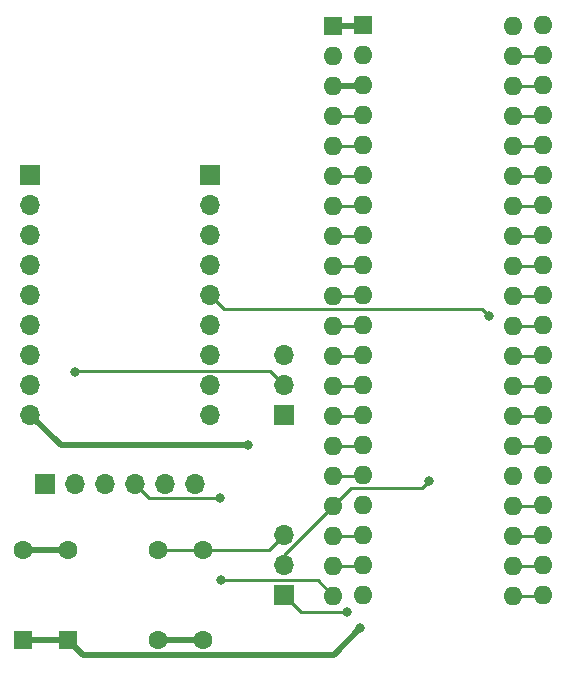
<source format=gbr>
%TF.GenerationSoftware,KiCad,Pcbnew,(6.0.11-0)*%
%TF.CreationDate,2023-02-12T20:14:34-08:00*%
%TF.ProjectId,nabu-ftdi-serial,6e616275-2d66-4746-9469-2d7365726961,1.0*%
%TF.SameCoordinates,Original*%
%TF.FileFunction,Copper,L1,Top*%
%TF.FilePolarity,Positive*%
%FSLAX46Y46*%
G04 Gerber Fmt 4.6, Leading zero omitted, Abs format (unit mm)*
G04 Created by KiCad (PCBNEW (6.0.11-0)) date 2023-02-12 20:14:34*
%MOMM*%
%LPD*%
G01*
G04 APERTURE LIST*
%TA.AperFunction,ComponentPad*%
%ADD10R,1.700000X1.700000*%
%TD*%
%TA.AperFunction,ComponentPad*%
%ADD11O,1.700000X1.700000*%
%TD*%
%TA.AperFunction,ComponentPad*%
%ADD12R,1.600000X1.600000*%
%TD*%
%TA.AperFunction,ComponentPad*%
%ADD13O,1.600000X1.600000*%
%TD*%
%TA.AperFunction,ComponentPad*%
%ADD14C,1.600000*%
%TD*%
%TA.AperFunction,ViaPad*%
%ADD15C,0.800000*%
%TD*%
%TA.AperFunction,Conductor*%
%ADD16C,0.500000*%
%TD*%
%TA.AperFunction,Conductor*%
%ADD17C,0.250000*%
%TD*%
G04 APERTURE END LIST*
D10*
%TO.P,J3,1,Pin_1*%
%TO.N,unconnected-(J3-Pad1)*%
X130048000Y-71873949D03*
D11*
%TO.P,J3,2,Pin_2*%
%TO.N,unconnected-(J3-Pad2)*%
X130048000Y-74413949D03*
%TO.P,J3,3,Pin_3*%
%TO.N,unconnected-(J3-Pad3)*%
X130048000Y-76953949D03*
%TO.P,J3,4,Pin_4*%
%TO.N,/~FTDI_CTS*%
X130048000Y-79493949D03*
%TO.P,J3,5,Pin_5*%
%TO.N,unconnected-(J3-Pad5)*%
X130048000Y-82033949D03*
%TO.P,J3,6,Pin_6*%
%TO.N,unconnected-(J3-Pad6)*%
X130048000Y-84573949D03*
%TO.P,J3,7,Pin_7*%
%TO.N,unconnected-(J3-Pad7)*%
X130048000Y-87113949D03*
%TO.P,J3,8,Pin_8*%
%TO.N,unconnected-(J3-Pad8)*%
X130048000Y-89653949D03*
%TO.P,J3,9,Pin_9*%
%TO.N,/VSS*%
X130048000Y-92193949D03*
%TD*%
D10*
%TO.P,JP2,1,A*%
%TO.N,/DR*%
X151511000Y-92183949D03*
D11*
%TO.P,JP2,2,C*%
%TO.N,/~FTDI_CTS*%
X151511000Y-89643949D03*
%TO.P,JP2,3,B*%
%TO.N,/VSS*%
X151511000Y-87103949D03*
%TD*%
D12*
%TO.P,U1,1,VCC*%
%TO.N,/VCC*%
X155683949Y-59213949D03*
D13*
%TO.P,U1,2*%
%TO.N,unconnected-(U1-Pad2)*%
X155683949Y-61753949D03*
%TO.P,U1,3,VSS*%
%TO.N,/VSS*%
X155683949Y-64293949D03*
%TO.P,U1,4,RRD*%
%TO.N,/RRD*%
X155683949Y-66833949D03*
%TO.P,U1,5,RR8*%
%TO.N,/RR8*%
X155683949Y-69373949D03*
%TO.P,U1,6,RR7*%
%TO.N,/RR7*%
X155683949Y-71913949D03*
%TO.P,U1,7,RR6*%
%TO.N,/RR6*%
X155683949Y-74453949D03*
%TO.P,U1,8,RR5*%
%TO.N,/RR5*%
X155683949Y-76993949D03*
%TO.P,U1,9,RR4*%
%TO.N,/RR4*%
X155683949Y-79533949D03*
%TO.P,U1,10,RR3*%
%TO.N,/RR3*%
X155683949Y-82073949D03*
%TO.P,U1,11,RR2*%
%TO.N,/RR2*%
X155683949Y-84613949D03*
%TO.P,U1,12,RR1*%
%TO.N,/RR1*%
X155683949Y-87153949D03*
%TO.P,U1,13,PE*%
%TO.N,/PE*%
X155683949Y-89693949D03*
%TO.P,U1,14,FE*%
%TO.N,/FE*%
X155683949Y-92233949D03*
%TO.P,U1,15,OE*%
%TO.N,/OE*%
X155683949Y-94773949D03*
%TO.P,U1,16,SFD*%
%TO.N,/SFD*%
X155683949Y-97313949D03*
%TO.P,U1,17,RRC*%
%TO.N,Net-(U1-Pad17)*%
X155683949Y-99853949D03*
%TO.P,U1,18,~DRR*%
%TO.N,/~DRR*%
X155683949Y-102393949D03*
%TO.P,U1,19,DR*%
%TO.N,/DR*%
X155683949Y-104933949D03*
%TO.P,U1,20,RI*%
%TO.N,/FTDI_TX*%
X155683949Y-107473949D03*
%TO.P,U1,21,MR*%
%TO.N,/MR*%
X170923949Y-107473949D03*
%TO.P,U1,22,THRE*%
%TO.N,/THRE*%
X170923949Y-104933949D03*
%TO.P,U1,23,~THRL*%
%TO.N,/~THRL*%
X170923949Y-102393949D03*
%TO.P,U1,24,TRE*%
%TO.N,/TRE*%
X170923949Y-99853949D03*
%TO.P,U1,25,TRO*%
%TO.N,/FTDI_RX*%
X170923949Y-97313949D03*
%TO.P,U1,26,TR1*%
%TO.N,/TR1*%
X170923949Y-94773949D03*
%TO.P,U1,27,TR2*%
%TO.N,/TR2*%
X170923949Y-92233949D03*
%TO.P,U1,28,TR3*%
%TO.N,/TR3*%
X170923949Y-89693949D03*
%TO.P,U1,29,TR4*%
%TO.N,/TR4*%
X170923949Y-87153949D03*
%TO.P,U1,30,TR5*%
%TO.N,/TR5*%
X170923949Y-84613949D03*
%TO.P,U1,31,TR6*%
%TO.N,/TR6*%
X170923949Y-82073949D03*
%TO.P,U1,32,TR7*%
%TO.N,/TR7*%
X170923949Y-79533949D03*
%TO.P,U1,33,TR8*%
%TO.N,/TR8*%
X170923949Y-76993949D03*
%TO.P,U1,34,CRL*%
%TO.N,/CRL*%
X170923949Y-74453949D03*
%TO.P,U1,35,PI*%
%TO.N,/PI*%
X170923949Y-71913949D03*
%TO.P,U1,36,SBS*%
%TO.N,/SBS*%
X170923949Y-69373949D03*
%TO.P,U1,37,WLS1*%
%TO.N,/WLS1*%
X170923949Y-66833949D03*
%TO.P,U1,38,WLS2*%
%TO.N,/WLS2*%
X170923949Y-64293949D03*
%TO.P,U1,39,EPE*%
%TO.N,/EPE*%
X170923949Y-61753949D03*
%TO.P,U1,40,TRC*%
%TO.N,Net-(U1-Pad17)*%
X170923949Y-59213949D03*
%TD*%
D10*
%TO.P,JP1,1,A*%
%TO.N,Net-(J1-Pad17)*%
X151511000Y-107423949D03*
D11*
%TO.P,JP1,2,C*%
%TO.N,Net-(U1-Pad17)*%
X151511000Y-104883949D03*
%TO.P,JP1,3,B*%
%TO.N,Net-(JP1-Pad3)*%
X151511000Y-102343949D03*
%TD*%
D12*
%TO.P,J1,1,VCC*%
%TO.N,/VCC*%
X158223949Y-59163949D03*
D13*
%TO.P,J1,2*%
%TO.N,unconnected-(J1-Pad2)*%
X158223949Y-61703949D03*
%TO.P,J1,3,VSS*%
%TO.N,/VSS*%
X158223949Y-64243949D03*
%TO.P,J1,4,RRD*%
%TO.N,/RRD*%
X158223949Y-66783949D03*
%TO.P,J1,5,RR8*%
%TO.N,/RR8*%
X158223949Y-69323949D03*
%TO.P,J1,6,RR7*%
%TO.N,/RR7*%
X158223949Y-71863949D03*
%TO.P,J1,7,RR6*%
%TO.N,/RR6*%
X158223949Y-74403949D03*
%TO.P,J1,8,RR5*%
%TO.N,/RR5*%
X158223949Y-76943949D03*
%TO.P,J1,9,RR4*%
%TO.N,/RR4*%
X158223949Y-79483949D03*
%TO.P,J1,10,RR3*%
%TO.N,/RR3*%
X158223949Y-82023949D03*
%TO.P,J1,11,RR2*%
%TO.N,/RR2*%
X158223949Y-84563949D03*
%TO.P,J1,12,RR1*%
%TO.N,/RR1*%
X158223949Y-87103949D03*
%TO.P,J1,13,PE*%
%TO.N,/PE*%
X158223949Y-89643949D03*
%TO.P,J1,14,FE*%
%TO.N,/FE*%
X158223949Y-92183949D03*
%TO.P,J1,15,OE*%
%TO.N,/OE*%
X158223949Y-94723949D03*
%TO.P,J1,16,SFD*%
%TO.N,/SFD*%
X158223949Y-97263949D03*
%TO.P,J1,17,RRC*%
%TO.N,Net-(J1-Pad17)*%
X158223949Y-99803949D03*
%TO.P,J1,18,~DRR*%
%TO.N,/~DRR*%
X158223949Y-102343949D03*
%TO.P,J1,19,DR*%
%TO.N,/DR*%
X158223949Y-104883949D03*
%TO.P,J1,20,RI*%
%TO.N,unconnected-(J1-Pad20)*%
X158223949Y-107423949D03*
%TO.P,J1,21,MR*%
%TO.N,/MR*%
X173463949Y-107423949D03*
%TO.P,J1,22,THRE*%
%TO.N,/THRE*%
X173463949Y-104883949D03*
%TO.P,J1,23,~THRL*%
%TO.N,/~THRL*%
X173463949Y-102343949D03*
%TO.P,J1,24,TRE*%
%TO.N,/TRE*%
X173463949Y-99803949D03*
%TO.P,J1,25,TRO*%
%TO.N,unconnected-(J1-Pad25)*%
X173463949Y-97263949D03*
%TO.P,J1,26,TR1*%
%TO.N,/TR1*%
X173463949Y-94723949D03*
%TO.P,J1,27,TR2*%
%TO.N,/TR2*%
X173463949Y-92183949D03*
%TO.P,J1,28,TR3*%
%TO.N,/TR3*%
X173463949Y-89643949D03*
%TO.P,J1,29,TR4*%
%TO.N,/TR4*%
X173463949Y-87103949D03*
%TO.P,J1,30,TR5*%
%TO.N,/TR5*%
X173463949Y-84563949D03*
%TO.P,J1,31,TR6*%
%TO.N,/TR6*%
X173463949Y-82023949D03*
%TO.P,J1,32,TR7*%
%TO.N,/TR7*%
X173463949Y-79483949D03*
%TO.P,J1,33,TR8*%
%TO.N,/TR8*%
X173463949Y-76943949D03*
%TO.P,J1,34,CRL*%
%TO.N,/CRL*%
X173463949Y-74403949D03*
%TO.P,J1,35,PI*%
%TO.N,/PI*%
X173463949Y-71863949D03*
%TO.P,J1,36,SBS*%
%TO.N,/SBS*%
X173463949Y-69323949D03*
%TO.P,J1,37,WLS1*%
%TO.N,/WLS1*%
X173463949Y-66783949D03*
%TO.P,J1,38,WLS2*%
%TO.N,/WLS2*%
X173463949Y-64243949D03*
%TO.P,J1,39,EPE*%
%TO.N,/EPE*%
X173463949Y-61703949D03*
%TO.P,J1,40,TRC*%
%TO.N,unconnected-(J1-Pad40)*%
X173463949Y-59163949D03*
%TD*%
D10*
%TO.P,J2,1,Pin_1*%
%TO.N,/VSS*%
X131318000Y-98053949D03*
D11*
%TO.P,J2,2,Pin_2*%
%TO.N,/~FTDI_CTS*%
X133858000Y-98053949D03*
%TO.P,J2,3,Pin_3*%
%TO.N,unconnected-(J2-Pad3)*%
X136398000Y-98053949D03*
%TO.P,J2,4,Pin_4*%
%TO.N,/FTDI_TX*%
X138938000Y-98053949D03*
%TO.P,J2,5,Pin_5*%
%TO.N,/FTDI_RX*%
X141478000Y-98053949D03*
%TO.P,J2,6,Pin_6*%
%TO.N,unconnected-(J2-Pad6)*%
X144018000Y-98053949D03*
%TD*%
D12*
%TO.P,X1,1,EN*%
%TO.N,/VCC*%
X133223000Y-111233949D03*
D14*
%TO.P,X1,4,GND*%
%TO.N,/VSS*%
X140843000Y-111233949D03*
%TO.P,X1,5,OUT*%
%TO.N,Net-(JP1-Pad3)*%
X140843000Y-103613949D03*
%TO.P,X1,8,Vcc*%
%TO.N,/VCC*%
X133223000Y-103613949D03*
%TD*%
D12*
%TO.P,X2,1,EN*%
%TO.N,/VCC*%
X129413000Y-111233949D03*
D14*
%TO.P,X2,7,GND*%
%TO.N,/VSS*%
X144653000Y-111233949D03*
%TO.P,X2,8,OUT*%
%TO.N,Net-(JP1-Pad3)*%
X144653000Y-103613949D03*
%TO.P,X2,14,Vcc*%
%TO.N,/VCC*%
X129413000Y-103613949D03*
%TD*%
D10*
%TO.P,J4,1,Pin_1*%
%TO.N,unconnected-(J4-Pad1)*%
X145288000Y-71863949D03*
D11*
%TO.P,J4,2,Pin_2*%
%TO.N,unconnected-(J4-Pad2)*%
X145288000Y-74403949D03*
%TO.P,J4,3,Pin_3*%
%TO.N,unconnected-(J4-Pad3)*%
X145288000Y-76943949D03*
%TO.P,J4,4,Pin_4*%
%TO.N,unconnected-(J4-Pad4)*%
X145288000Y-79483949D03*
%TO.P,J4,5,Pin_5*%
%TO.N,/FTDI_RX*%
X145288000Y-82023949D03*
%TO.P,J4,6,Pin_6*%
%TO.N,unconnected-(J4-Pad6)*%
X145288000Y-84563949D03*
%TO.P,J4,7,Pin_7*%
%TO.N,unconnected-(J4-Pad7)*%
X145288000Y-87103949D03*
%TO.P,J4,8,Pin_8*%
%TO.N,unconnected-(J4-Pad8)*%
X145288000Y-89643949D03*
%TO.P,J4,9,Pin_9*%
%TO.N,/FTDI_TX*%
X145288000Y-92183949D03*
%TD*%
D15*
%TO.N,/VCC*%
X157988000Y-110236000D03*
%TO.N,/VSS*%
X148463000Y-94742000D03*
%TO.N,Net-(J1-Pad17)*%
X156845000Y-108839000D03*
%TO.N,/~FTDI_CTS*%
X133858000Y-88519000D03*
%TO.N,/FTDI_TX*%
X146177000Y-106172000D03*
X146138000Y-99226000D03*
%TO.N,/FTDI_RX*%
X168910000Y-83820000D03*
%TO.N,Net-(U1-Pad17)*%
X163830000Y-97790000D03*
%TD*%
D16*
%TO.N,/VCC*%
X133223000Y-111233949D02*
X134473000Y-112483949D01*
X155720051Y-112503949D02*
X157988000Y-110236000D01*
X129413000Y-111233949D02*
X133223000Y-111233949D01*
X134473000Y-112483949D02*
X155700051Y-112483949D01*
X155700051Y-112483949D02*
X155720051Y-112503949D01*
X158173949Y-59213949D02*
X158223949Y-59163949D01*
X129413000Y-103613949D02*
X133223000Y-103613949D01*
X155683949Y-59213949D02*
X158173949Y-59213949D01*
%TO.N,/VSS*%
X132596051Y-94742000D02*
X148463000Y-94742000D01*
X140843000Y-111233949D02*
X144653000Y-111233949D01*
X155683949Y-64293949D02*
X158173949Y-64293949D01*
X130048000Y-92193949D02*
X132596051Y-94742000D01*
X158173949Y-64293949D02*
X158223949Y-64243949D01*
D17*
%TO.N,/RRD*%
X155683949Y-66833949D02*
X158173949Y-66833949D01*
X158173949Y-66833949D02*
X158223949Y-66783949D01*
%TO.N,/RR8*%
X158173949Y-69373949D02*
X158223949Y-69323949D01*
X155683949Y-69373949D02*
X158173949Y-69373949D01*
%TO.N,/RR7*%
X155683949Y-71913949D02*
X158173949Y-71913949D01*
X158173949Y-71913949D02*
X158223949Y-71863949D01*
%TO.N,/RR6*%
X155683949Y-74453949D02*
X158173949Y-74453949D01*
X158173949Y-74453949D02*
X158223949Y-74403949D01*
%TO.N,/RR5*%
X158173949Y-76993949D02*
X158223949Y-76943949D01*
X155683949Y-76993949D02*
X158173949Y-76993949D01*
%TO.N,/RR4*%
X158173949Y-79533949D02*
X158223949Y-79483949D01*
X155683949Y-79533949D02*
X158173949Y-79533949D01*
%TO.N,/RR3*%
X155683949Y-82073949D02*
X158173949Y-82073949D01*
X158173949Y-82073949D02*
X158223949Y-82023949D01*
%TO.N,/RR2*%
X155683949Y-84613949D02*
X158173949Y-84613949D01*
X158173949Y-84613949D02*
X158223949Y-84563949D01*
%TO.N,/RR1*%
X158173949Y-87153949D02*
X158223949Y-87103949D01*
X155683949Y-87153949D02*
X158173949Y-87153949D01*
%TO.N,/PE*%
X158173949Y-89693949D02*
X158223949Y-89643949D01*
X155683949Y-89693949D02*
X158173949Y-89693949D01*
%TO.N,/FE*%
X155683949Y-92233949D02*
X158173949Y-92233949D01*
X158173949Y-92233949D02*
X158223949Y-92183949D01*
%TO.N,/OE*%
X158173949Y-94773949D02*
X158223949Y-94723949D01*
X155683949Y-94773949D02*
X158173949Y-94773949D01*
%TO.N,/SFD*%
X155683949Y-97313949D02*
X158173949Y-97313949D01*
X158173949Y-97313949D02*
X158223949Y-97263949D01*
%TO.N,Net-(J1-Pad17)*%
X152926051Y-108839000D02*
X151511000Y-107423949D01*
X156845000Y-108839000D02*
X152926051Y-108839000D01*
%TO.N,/~DRR*%
X155683949Y-102393949D02*
X158173949Y-102393949D01*
X158173949Y-102393949D02*
X158223949Y-102343949D01*
%TO.N,/DR*%
X158173949Y-104933949D02*
X158223949Y-104883949D01*
X155683949Y-104933949D02*
X158173949Y-104933949D01*
%TO.N,/MR*%
X173413949Y-107473949D02*
X173463949Y-107423949D01*
X170923949Y-107473949D02*
X173413949Y-107473949D01*
%TO.N,/THRE*%
X173413949Y-104933949D02*
X173463949Y-104883949D01*
X170923949Y-104933949D02*
X173413949Y-104933949D01*
%TO.N,/~THRL*%
X170923949Y-102393949D02*
X173413949Y-102393949D01*
X173413949Y-102393949D02*
X173463949Y-102343949D01*
%TO.N,/TRE*%
X170923949Y-99853949D02*
X173413949Y-99853949D01*
X173413949Y-99853949D02*
X173463949Y-99803949D01*
%TO.N,/TR1*%
X170923949Y-94773949D02*
X173413949Y-94773949D01*
X173413949Y-94773949D02*
X173463949Y-94723949D01*
%TO.N,/TR2*%
X170923949Y-92233949D02*
X173413949Y-92233949D01*
X173413949Y-92233949D02*
X173463949Y-92183949D01*
%TO.N,/TR3*%
X173413949Y-89693949D02*
X173463949Y-89643949D01*
X170923949Y-89693949D02*
X173413949Y-89693949D01*
%TO.N,/TR4*%
X170923949Y-87153949D02*
X173413949Y-87153949D01*
X173413949Y-87153949D02*
X173463949Y-87103949D01*
%TO.N,/TR5*%
X173413949Y-84613949D02*
X173463949Y-84563949D01*
X170923949Y-84613949D02*
X173413949Y-84613949D01*
%TO.N,/TR6*%
X170923949Y-82073949D02*
X173413949Y-82073949D01*
X173413949Y-82073949D02*
X173463949Y-82023949D01*
%TO.N,/TR7*%
X173413949Y-79533949D02*
X173463949Y-79483949D01*
X170923949Y-79533949D02*
X173413949Y-79533949D01*
%TO.N,/TR8*%
X173413949Y-76993949D02*
X173463949Y-76943949D01*
X170923949Y-76993949D02*
X173413949Y-76993949D01*
%TO.N,/CRL*%
X170923949Y-74453949D02*
X173413949Y-74453949D01*
X173413949Y-74453949D02*
X173463949Y-74403949D01*
%TO.N,/PI*%
X170923949Y-71913949D02*
X173413949Y-71913949D01*
X173413949Y-71913949D02*
X173463949Y-71863949D01*
%TO.N,/SBS*%
X170923949Y-69373949D02*
X173413949Y-69373949D01*
X173413949Y-69373949D02*
X173463949Y-69323949D01*
%TO.N,/WLS1*%
X173413949Y-66833949D02*
X173463949Y-66783949D01*
X170923949Y-66833949D02*
X173413949Y-66833949D01*
%TO.N,/WLS2*%
X170923949Y-64293949D02*
X173413949Y-64293949D01*
X173413949Y-64293949D02*
X173463949Y-64243949D01*
%TO.N,/EPE*%
X173413949Y-61753949D02*
X173463949Y-61703949D01*
X170923949Y-61753949D02*
X173413949Y-61753949D01*
%TO.N,/~FTDI_CTS*%
X150336000Y-88468949D02*
X133908051Y-88468949D01*
X133908051Y-88468949D02*
X133858000Y-88519000D01*
X151511000Y-89643949D02*
X150336000Y-88468949D01*
%TO.N,/FTDI_TX*%
X154382000Y-106172000D02*
X155683949Y-107473949D01*
X146135051Y-99228949D02*
X146138000Y-99226000D01*
X146177000Y-106172000D02*
X154382000Y-106172000D01*
X140113000Y-99228949D02*
X146135051Y-99228949D01*
X138938000Y-98053949D02*
X140113000Y-99228949D01*
%TO.N,/FTDI_RX*%
X146463000Y-83198949D02*
X168288949Y-83198949D01*
X168288949Y-83198949D02*
X168910000Y-83820000D01*
X145288000Y-82023949D02*
X146463000Y-83198949D01*
%TO.N,Net-(U1-Pad17)*%
X163231051Y-98388949D02*
X157148949Y-98388949D01*
X151511000Y-104026898D02*
X151511000Y-104883949D01*
X157148949Y-98388949D02*
X155683949Y-99853949D01*
X163830000Y-97790000D02*
X163231051Y-98388949D01*
X155683949Y-99853949D02*
X151511000Y-104026898D01*
%TO.N,Net-(JP1-Pad3)*%
X140843000Y-103613949D02*
X144653000Y-103613949D01*
X144653000Y-103613949D02*
X150241000Y-103613949D01*
X150241000Y-103613949D02*
X151511000Y-102343949D01*
%TD*%
M02*

</source>
